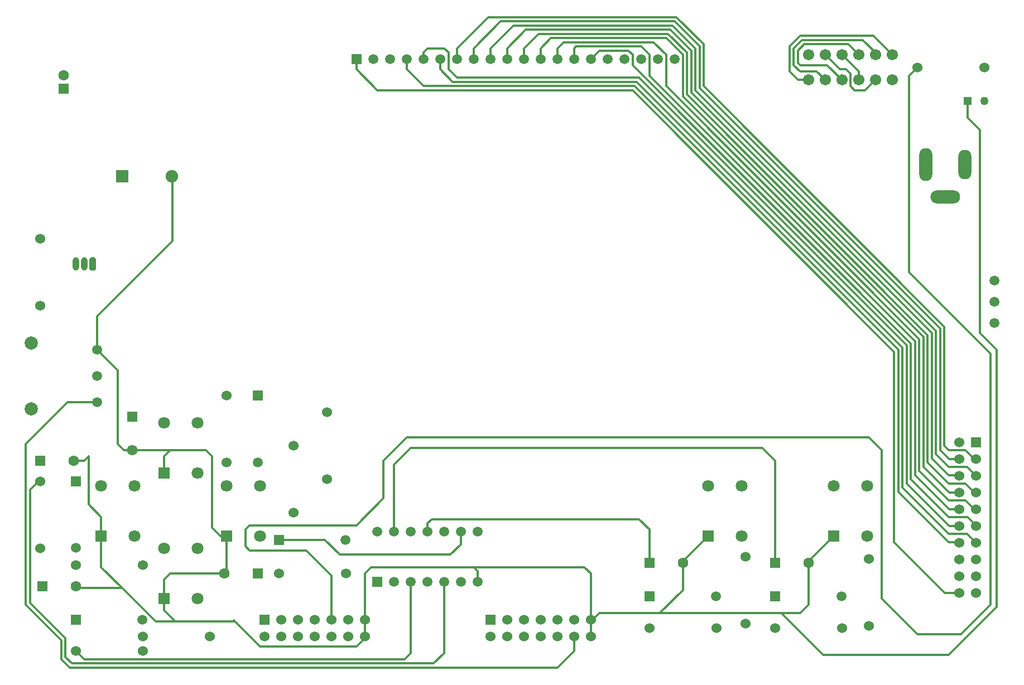
<source format=gbr>
G04 DipTrace 2.4.0.2*
%INBottom.gbr*%
%MOIN*%
%ADD13C,0.013*%
%ADD16R,0.0709X0.0709*%
%ADD17C,0.0709*%
%ADD18C,0.063*%
%ADD19R,0.063X0.063*%
%ADD20C,0.06*%
%ADD21C,0.06*%
%ADD22R,0.0591X0.0591*%
%ADD23C,0.0591*%
%ADD24C,0.05*%
%ADD25R,0.05X0.05*%
%ADD26R,0.06X0.06*%
%ADD27O,0.0394X0.0787*%
%ADD28C,0.067*%
%ADD29O,0.0787X0.1969*%
%ADD30O,0.0787X0.1772*%
%ADD31O,0.1772X0.0787*%
%ADD32C,0.063*%
%ADD33C,0.0787*%
%ADD35R,0.0748X0.0748*%
%ADD36C,0.0748*%
%FSLAX44Y44*%
G04*
G70*
G90*
G75*
G01*
%LNBottom*%
%LPD*%
X38000Y6875D2*
D13*
Y8875D1*
X37375Y9500D1*
X25000D1*
X24750Y9250D1*
Y8750D1*
X45500Y6875D2*
Y13000D1*
X44750Y13750D1*
X23750D1*
X22750Y12750D1*
Y8750D1*
X33500Y2500D2*
Y1625D1*
X32500Y625D1*
X3375D1*
X2875Y1125D1*
Y2250D1*
X750Y4375D1*
Y14000D1*
X3250Y16500D1*
X4975D1*
X5000Y16475D1*
X57500Y9100D2*
Y9125D1*
X57000Y9625D1*
X55875D1*
X53625Y11875D1*
Y20000D1*
X37000Y36625D1*
Y37250D1*
X36750Y37500D1*
X35000D1*
X34500Y37000D1*
X27500D2*
Y37625D1*
X29125Y39250D1*
X39500D1*
X41000Y37750D1*
Y35250D1*
X55375Y20875D1*
Y13625D1*
X55900Y13100D1*
X56500D1*
X28500Y37000D2*
Y37625D1*
X29875Y39000D1*
X39375D1*
X40750Y37625D1*
Y35125D1*
X55125Y20750D1*
Y13375D1*
X55875Y12625D1*
X56975D1*
X57500Y12100D1*
X29500Y37000D2*
Y37625D1*
X30625Y38750D1*
X39250D1*
X40500Y37500D1*
Y35000D1*
X54875Y20625D1*
Y13125D1*
X55875Y12125D1*
X56475D1*
X56500Y12100D1*
X57500Y11100D2*
Y11000D1*
X56875Y11625D1*
X55875D1*
X54625Y12875D1*
Y20500D1*
X40250Y34875D1*
Y37375D1*
X39125Y38500D1*
X31375D1*
X30500Y37625D1*
Y37000D1*
X56500Y11100D2*
X55900D1*
X54375Y12625D1*
Y20375D1*
X40000Y34750D1*
Y37250D1*
X39000Y38250D1*
X32125D1*
X31500Y37625D1*
Y37000D1*
X57500Y10100D2*
X57400D1*
X56875Y10625D1*
X55875D1*
X54125Y12375D1*
Y20250D1*
X39000Y35375D1*
Y37250D1*
X38250Y38000D1*
X32875D1*
X32500Y37625D1*
Y37000D1*
X56500Y10100D2*
X55900D1*
X53875Y12125D1*
Y20125D1*
X38000Y36000D1*
Y37250D1*
X37500Y37750D1*
X33625D1*
X33500Y37625D1*
Y37000D1*
X23500D2*
Y36375D1*
X24500Y35375D1*
X37125D1*
X52875Y19625D1*
Y11125D1*
X55875Y8125D1*
X56475D1*
X56500Y8100D1*
X26500Y37000D2*
Y37625D1*
X28375Y39500D1*
X39625D1*
X41250Y37875D1*
Y35375D1*
X55625Y21000D1*
Y13875D1*
X55875Y13625D1*
X56875D1*
X57400Y13100D1*
X57500D1*
X25500Y37000D2*
Y36375D1*
X26250Y35625D1*
X37250D1*
X53125Y19750D1*
Y11375D1*
X55875Y8625D1*
X56975D1*
X57500Y8100D1*
X56500Y9100D2*
X55900D1*
X53375Y11625D1*
Y19875D1*
X37375Y35875D1*
X26500D1*
X26000Y36375D1*
Y37375D1*
X25750Y37625D1*
X24750D1*
X24500Y37375D1*
Y37000D1*
X3750Y1625D2*
X4250Y1125D1*
X23375D1*
X23750Y1500D1*
Y5750D1*
X12625Y6250D2*
X12500D1*
X12750Y6500D1*
Y8500D1*
X12375D1*
X11875Y9000D1*
Y13250D1*
X11500Y13625D1*
X9375D1*
X9000Y13250D1*
Y12250D1*
X3625Y13000D2*
X4250D1*
X4500Y13250D1*
Y10375D1*
X5250Y9625D1*
Y8500D1*
X21000Y3500D2*
Y2500D1*
X34500D2*
Y3500D1*
X21000Y2500D2*
Y2375D1*
X20500Y1875D1*
X14750D1*
X13168Y3457D1*
Y3375D1*
X9690D1*
X8500D1*
X6500Y5375D1*
X3750D1*
Y5500D1*
X9000Y4750D2*
Y5875D1*
X9375Y6250D1*
X12625D1*
X21000Y3500D2*
Y6250D1*
X21375Y6625D1*
X27500D1*
X27750Y6375D1*
Y5750D1*
X34500Y3500D2*
Y3375D1*
X35000Y3875D1*
X38625D1*
X40000Y5250D1*
Y6875D1*
Y7000D1*
X41500Y8500D1*
X47500Y6875D2*
Y7000D1*
X49000Y8500D1*
X47500Y6875D2*
Y4375D1*
X47000Y3875D1*
X45875D1*
X38625D1*
X27500Y6625D2*
X34125D1*
X34500Y6250D1*
Y3500D1*
X48500Y37240D2*
X49365Y36375D1*
X49750D1*
X50000Y36125D1*
Y35375D1*
X50250Y35125D1*
X50885D1*
X51500Y35740D1*
X57000Y34500D2*
Y33500D1*
X57750Y32750D1*
Y20625D1*
X58750Y19625D1*
Y4250D1*
X55875Y1375D1*
X48375D1*
X45875Y3875D1*
X5000Y19625D2*
X6250Y18375D1*
Y14000D1*
X6625Y13625D1*
X7125D1*
X5000Y19625D2*
Y21625D1*
X9500Y26125D1*
Y29996D1*
X9496Y30000D1*
X9000Y4750D2*
Y4065D1*
X9690Y3375D1*
X5250Y8500D2*
Y6625D1*
X6500Y5375D1*
X7125Y13625D2*
X9375D1*
X56500Y5100D2*
X55650D1*
X52625Y8125D1*
Y19500D1*
X37000Y35125D1*
X21750D1*
X20500Y36375D1*
Y37000D1*
X19000Y3500D2*
Y6125D1*
X17500Y7625D1*
X14125D1*
X13875Y7875D1*
Y8875D1*
X14125Y9125D1*
X20500D1*
X22125Y10750D1*
Y13000D1*
X23500Y14375D1*
X51125D1*
X51875Y13625D1*
Y4750D1*
X54000Y2625D1*
X56625D1*
X58375Y4375D1*
Y19375D1*
X53500Y24250D1*
Y36000D1*
X54000Y36500D1*
X25750Y5750D2*
Y1500D1*
X25125Y875D1*
X3500D1*
X3125Y1250D1*
Y2375D1*
X1000Y4500D1*
Y11250D1*
X1500Y11750D1*
X1625D1*
X15875Y8250D2*
X18625D1*
X19500Y7375D1*
X26125D1*
X26750Y8000D1*
Y8750D1*
X47500Y35740D2*
X46885D1*
X46375Y36250D1*
Y37750D1*
X47000Y38375D1*
X51365D1*
X52500Y37240D1*
X50500D2*
X49865Y37875D1*
X47250D1*
X46875Y37500D1*
Y36750D1*
X47000Y36625D1*
X48615D1*
X49500Y35740D1*
X51500Y37240D2*
Y37375D1*
X50750Y38125D1*
X47125D1*
X46625Y37625D1*
Y36625D1*
X47000Y36250D1*
X47990D1*
X48500Y35740D1*
X49500Y37240D2*
X50500Y36240D1*
Y35740D1*
D16*
X9000Y4750D3*
D17*
X11000D3*
Y7750D3*
X9000D3*
D16*
X5250Y8500D3*
D17*
X7250D3*
Y11500D3*
X5250D3*
D18*
X3625Y13000D3*
D19*
X1625D3*
D20*
X7750Y6750D3*
D21*
X3750D3*
D22*
X21750Y5750D3*
D23*
X22750D3*
X23750D3*
X24750D3*
X25750D3*
X26750D3*
X27750D3*
Y8750D3*
X26750D3*
X25750D3*
X24750D3*
X23750D3*
X22750D3*
X21750D3*
D18*
X3750Y5500D3*
D19*
X1750D3*
D20*
X11750Y2500D3*
D21*
X7750D3*
D20*
X3750Y1625D3*
D21*
X7750D3*
D22*
X3750Y3500D3*
D23*
X7726D3*
D20*
X1625Y11750D3*
D21*
Y7750D3*
D22*
X3750Y11750D3*
D23*
Y7774D3*
D16*
X12750Y8500D3*
D17*
X14750D3*
Y11500D3*
X12750D3*
D18*
X12625Y6250D3*
D19*
X14625D3*
D20*
X16750Y13875D3*
D21*
Y9875D3*
D20*
X15875Y6250D3*
D21*
X19875D3*
D22*
X15875Y8250D3*
D23*
X19851D3*
D16*
X41500Y8500D3*
D17*
X43500D3*
Y11500D3*
X41500D3*
D18*
X40000Y6875D3*
D19*
X38000D3*
D20*
X43750Y3250D3*
D21*
Y7250D3*
D20*
X38000Y3000D3*
D21*
X42000D3*
D22*
X38000Y4875D3*
D23*
X41976D3*
D16*
X9000Y12250D3*
D17*
X11000D3*
Y15250D3*
X9000D3*
D18*
X7125Y13625D3*
D19*
Y15625D3*
D20*
X18750Y11875D3*
D21*
Y15875D3*
D20*
X12750Y16875D3*
D21*
Y12875D3*
D22*
X14625Y16875D3*
D23*
Y12899D3*
D16*
X49000Y8500D3*
D17*
X51000D3*
Y11500D3*
X49000D3*
D18*
X47500Y6875D3*
D19*
X45500D3*
D20*
X51125Y3125D3*
D21*
Y7125D3*
D20*
X45500Y3000D3*
D21*
X49500D3*
D22*
X45500Y4875D3*
D23*
X49476D3*
D24*
X58000Y34500D3*
D25*
X57000D3*
D20*
X58000Y36500D3*
D21*
X54000D3*
D22*
X20500Y37000D3*
D23*
X21500D3*
X22500D3*
X23500D3*
X24500D3*
X25500D3*
X26500D3*
X27500D3*
X28500D3*
X29500D3*
X30500D3*
X31500D3*
X32500D3*
X33500D3*
X34500D3*
X35500D3*
X36500D3*
X37500D3*
X38500D3*
X39500D3*
D26*
X57500Y14100D3*
D20*
Y13100D3*
Y12100D3*
Y11100D3*
Y10100D3*
Y9100D3*
Y8100D3*
Y7100D3*
Y6100D3*
Y5100D3*
X56500D3*
Y6100D3*
Y7100D3*
Y8100D3*
Y9100D3*
Y10100D3*
Y11100D3*
Y12100D3*
Y13100D3*
Y14100D3*
D26*
X15000Y3500D3*
D20*
X16000D3*
X17000D3*
X18000D3*
X19000D3*
X20000D3*
X21000D3*
Y2500D3*
X20000D3*
X19000D3*
X18000D3*
X17000D3*
X16000D3*
X15000D3*
D26*
X28500Y3500D3*
D20*
X29500D3*
X30500D3*
X31500D3*
X32500D3*
X33500D3*
X34500D3*
Y2500D3*
X33500D3*
X32500D3*
X31500D3*
X30500D3*
X29500D3*
X28500D3*
G36*
X4947Y25045D2*
X4848Y25144D1*
X4652D1*
X4553Y25045D1*
Y24455D1*
X4652Y24356D1*
X4848D1*
X4947Y24455D1*
Y25045D1*
G37*
D27*
X4250Y24750D3*
X3750D3*
D20*
X1625Y22250D3*
D21*
Y26250D3*
D28*
X52500Y37240D3*
X51500D3*
X50500D3*
X49500D3*
X48500D3*
X47500D3*
X52500Y35740D3*
X51500D3*
X50500D3*
X49500D3*
X48500D3*
X47500D3*
D29*
X54499Y30669D3*
D30*
X56861D3*
D31*
X55680Y28740D3*
D19*
X3000Y35216D3*
D32*
Y36004D3*
D23*
X58625Y23750D3*
Y22490D3*
Y21230D3*
X5000Y19625D3*
Y18050D3*
Y16475D3*
D33*
X1063Y20019D3*
Y16082D3*
D35*
X6504Y30000D3*
D36*
X9496D3*
M02*

</source>
